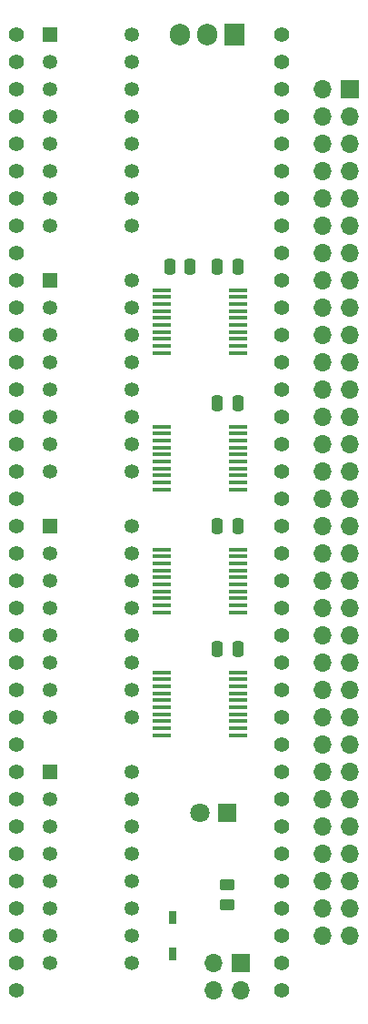
<source format=gts>
%TF.GenerationSoftware,KiCad,Pcbnew,7.0.5*%
%TF.CreationDate,2024-01-28T12:44:07+02:00*%
%TF.ProjectId,Signal Tester Right,5369676e-616c-4205-9465-737465722052,V0*%
%TF.SameCoordinates,Original*%
%TF.FileFunction,Soldermask,Top*%
%TF.FilePolarity,Negative*%
%FSLAX46Y46*%
G04 Gerber Fmt 4.6, Leading zero omitted, Abs format (unit mm)*
G04 Created by KiCad (PCBNEW 7.0.5) date 2024-01-28 12:44:07*
%MOMM*%
%LPD*%
G01*
G04 APERTURE LIST*
G04 Aperture macros list*
%AMRoundRect*
0 Rectangle with rounded corners*
0 $1 Rounding radius*
0 $2 $3 $4 $5 $6 $7 $8 $9 X,Y pos of 4 corners*
0 Add a 4 corners polygon primitive as box body*
4,1,4,$2,$3,$4,$5,$6,$7,$8,$9,$2,$3,0*
0 Add four circle primitives for the rounded corners*
1,1,$1+$1,$2,$3*
1,1,$1+$1,$4,$5*
1,1,$1+$1,$6,$7*
1,1,$1+$1,$8,$9*
0 Add four rect primitives between the rounded corners*
20,1,$1+$1,$2,$3,$4,$5,0*
20,1,$1+$1,$4,$5,$6,$7,0*
20,1,$1+$1,$6,$7,$8,$9,0*
20,1,$1+$1,$8,$9,$2,$3,0*%
G04 Aperture macros list end*
%ADD10R,1.800000X0.450000*%
%ADD11RoundRect,0.250000X0.450000X-0.262500X0.450000X0.262500X-0.450000X0.262500X-0.450000X-0.262500X0*%
%ADD12RoundRect,0.250000X-0.250000X-0.475000X0.250000X-0.475000X0.250000X0.475000X-0.250000X0.475000X0*%
%ADD13R,1.350000X1.350000*%
%ADD14C,1.350000*%
%ADD15R,1.905000X2.000000*%
%ADD16O,1.905000X2.000000*%
%ADD17C,1.400000*%
%ADD18R,0.750000X1.200000*%
%ADD19R,1.700000X1.700000*%
%ADD20O,1.700000X1.700000*%
%ADD21R,1.800000X1.800000*%
%ADD22C,1.800000*%
G04 APERTURE END LIST*
D10*
%TO.C,IC2*%
X44075000Y-84705000D03*
X44075000Y-85355000D03*
X44075000Y-86005000D03*
X44075000Y-86655000D03*
X44075000Y-87305000D03*
X44075000Y-87955000D03*
X44075000Y-88605000D03*
X44075000Y-89255000D03*
X44075000Y-89905000D03*
X44075000Y-90555000D03*
X51175000Y-90555000D03*
X51175000Y-89905000D03*
X51175000Y-89255000D03*
X51175000Y-88605000D03*
X51175000Y-87955000D03*
X51175000Y-87305000D03*
X51175000Y-86655000D03*
X51175000Y-86005000D03*
X51175000Y-85355000D03*
X51175000Y-84705000D03*
%TD*%
D11*
%TO.C,R1*%
X50155000Y-129182500D03*
X50155000Y-127357500D03*
%TD*%
D12*
%TO.C,C5*%
X49231000Y-105410000D03*
X51131000Y-105410000D03*
%TD*%
D13*
%TO.C,DS2*%
X33655000Y-71120000D03*
D14*
X33655000Y-73660000D03*
X33655000Y-76200000D03*
X33655000Y-78740000D03*
X33655000Y-81280000D03*
X33655000Y-83820000D03*
X33655000Y-86360000D03*
X33655000Y-88900000D03*
X41275000Y-88900000D03*
X41275000Y-86360000D03*
X41275000Y-83820000D03*
X41275000Y-81280000D03*
X41275000Y-78740000D03*
X41275000Y-76200000D03*
X41275000Y-73660000D03*
X41275000Y-71120000D03*
%TD*%
D15*
%TO.C,U1*%
X50800000Y-48260000D03*
D16*
X48260000Y-48260000D03*
X45720000Y-48260000D03*
%TD*%
D17*
%TO.C,RN8*%
X55245000Y-137160000D03*
X55245000Y-134620000D03*
X55245000Y-132080000D03*
X55245000Y-129540000D03*
X55245000Y-127000000D03*
X55245000Y-124460000D03*
X55245000Y-121920000D03*
X55245000Y-119380000D03*
X55245000Y-116840000D03*
%TD*%
D10*
%TO.C,IC1*%
X44075000Y-72005000D03*
X44075000Y-72655000D03*
X44075000Y-73305000D03*
X44075000Y-73955000D03*
X44075000Y-74605000D03*
X44075000Y-75255000D03*
X44075000Y-75905000D03*
X44075000Y-76555000D03*
X44075000Y-77205000D03*
X44075000Y-77855000D03*
X51175000Y-77855000D03*
X51175000Y-77205000D03*
X51175000Y-76555000D03*
X51175000Y-75905000D03*
X51175000Y-75255000D03*
X51175000Y-74605000D03*
X51175000Y-73955000D03*
X51175000Y-73305000D03*
X51175000Y-72655000D03*
X51175000Y-72005000D03*
%TD*%
D17*
%TO.C,RN5*%
X30480000Y-114300000D03*
X30480000Y-111760000D03*
X30480000Y-109220000D03*
X30480000Y-106680000D03*
X30480000Y-104140000D03*
X30480000Y-101600000D03*
X30480000Y-99060000D03*
X30480000Y-96520000D03*
X30480000Y-93980000D03*
%TD*%
D18*
%TO.C,D3*%
X45085000Y-130380000D03*
X45085000Y-133780000D03*
%TD*%
D17*
%TO.C,RN1*%
X30480000Y-68580000D03*
X30480000Y-66040000D03*
X30480000Y-63500000D03*
X30480000Y-60960000D03*
X30480000Y-58420000D03*
X30480000Y-55880000D03*
X30480000Y-53340000D03*
X30480000Y-50800000D03*
X30480000Y-48260000D03*
%TD*%
D13*
%TO.C,DS3*%
X33655000Y-93980000D03*
D14*
X33655000Y-96520000D03*
X33655000Y-99060000D03*
X33655000Y-101600000D03*
X33655000Y-104140000D03*
X33655000Y-106680000D03*
X33655000Y-109220000D03*
X33655000Y-111760000D03*
X41275000Y-111760000D03*
X41275000Y-109220000D03*
X41275000Y-106680000D03*
X41275000Y-104140000D03*
X41275000Y-101600000D03*
X41275000Y-99060000D03*
X41275000Y-96520000D03*
X41275000Y-93980000D03*
%TD*%
D12*
%TO.C,C6*%
X49231000Y-69850000D03*
X51131000Y-69850000D03*
%TD*%
D19*
%TO.C,J2*%
X51435000Y-134620000D03*
D20*
X48895000Y-134620000D03*
X51435000Y-137160000D03*
X48895000Y-137160000D03*
%TD*%
D10*
%TO.C,IC3*%
X44075000Y-96135000D03*
X44075000Y-96785000D03*
X44075000Y-97435000D03*
X44075000Y-98085000D03*
X44075000Y-98735000D03*
X44075000Y-99385000D03*
X44075000Y-100035000D03*
X44075000Y-100685000D03*
X44075000Y-101335000D03*
X44075000Y-101985000D03*
X51175000Y-101985000D03*
X51175000Y-101335000D03*
X51175000Y-100685000D03*
X51175000Y-100035000D03*
X51175000Y-99385000D03*
X51175000Y-98735000D03*
X51175000Y-98085000D03*
X51175000Y-97435000D03*
X51175000Y-96785000D03*
X51175000Y-96135000D03*
%TD*%
%TO.C,IC4*%
X44075000Y-107565000D03*
X44075000Y-108215000D03*
X44075000Y-108865000D03*
X44075000Y-109515000D03*
X44075000Y-110165000D03*
X44075000Y-110815000D03*
X44075000Y-111465000D03*
X44075000Y-112115000D03*
X44075000Y-112765000D03*
X44075000Y-113415000D03*
X51175000Y-113415000D03*
X51175000Y-112765000D03*
X51175000Y-112115000D03*
X51175000Y-111465000D03*
X51175000Y-110815000D03*
X51175000Y-110165000D03*
X51175000Y-109515000D03*
X51175000Y-108865000D03*
X51175000Y-108215000D03*
X51175000Y-107565000D03*
%TD*%
D12*
%TO.C,C3*%
X49231000Y-93980000D03*
X51131000Y-93980000D03*
%TD*%
D13*
%TO.C,DS4*%
X33655000Y-116840000D03*
D14*
X33655000Y-119380000D03*
X33655000Y-121920000D03*
X33655000Y-124460000D03*
X33655000Y-127000000D03*
X33655000Y-129540000D03*
X33655000Y-132080000D03*
X33655000Y-134620000D03*
X41275000Y-134620000D03*
X41275000Y-132080000D03*
X41275000Y-129540000D03*
X41275000Y-127000000D03*
X41275000Y-124460000D03*
X41275000Y-121920000D03*
X41275000Y-119380000D03*
X41275000Y-116840000D03*
%TD*%
D12*
%TO.C,C4*%
X49231000Y-82550000D03*
X51131000Y-82550000D03*
%TD*%
D13*
%TO.C,DS1*%
X33655000Y-48260000D03*
D14*
X33655000Y-50800000D03*
X33655000Y-53340000D03*
X33655000Y-55880000D03*
X33655000Y-58420000D03*
X33655000Y-60960000D03*
X33655000Y-63500000D03*
X33655000Y-66040000D03*
X41275000Y-66040000D03*
X41275000Y-63500000D03*
X41275000Y-60960000D03*
X41275000Y-58420000D03*
X41275000Y-55880000D03*
X41275000Y-53340000D03*
X41275000Y-50800000D03*
X41275000Y-48260000D03*
%TD*%
D17*
%TO.C,RN4*%
X55245000Y-91440000D03*
X55245000Y-88900000D03*
X55245000Y-86360000D03*
X55245000Y-83820000D03*
X55245000Y-81280000D03*
X55245000Y-78740000D03*
X55245000Y-76200000D03*
X55245000Y-73660000D03*
X55245000Y-71120000D03*
%TD*%
%TO.C,RN2*%
X55245000Y-68580000D03*
X55245000Y-66040000D03*
X55245000Y-63500000D03*
X55245000Y-60960000D03*
X55245000Y-58420000D03*
X55245000Y-55880000D03*
X55245000Y-53340000D03*
X55245000Y-50800000D03*
X55245000Y-48260000D03*
%TD*%
D21*
%TO.C,LED1*%
X50170000Y-120650000D03*
D22*
X47630000Y-120650000D03*
%TD*%
D17*
%TO.C,RN3*%
X30480000Y-91440000D03*
X30480000Y-88900000D03*
X30480000Y-86360000D03*
X30480000Y-83820000D03*
X30480000Y-81280000D03*
X30480000Y-78740000D03*
X30480000Y-76200000D03*
X30480000Y-73660000D03*
X30480000Y-71120000D03*
%TD*%
%TO.C,RN7*%
X30480000Y-137160000D03*
X30480000Y-134620000D03*
X30480000Y-132080000D03*
X30480000Y-129540000D03*
X30480000Y-127000000D03*
X30480000Y-124460000D03*
X30480000Y-121920000D03*
X30480000Y-119380000D03*
X30480000Y-116840000D03*
%TD*%
%TO.C,RN6*%
X55245000Y-114299999D03*
X55245000Y-111759999D03*
X55245000Y-109219999D03*
X55245000Y-106679999D03*
X55245000Y-104139999D03*
X55245000Y-101599999D03*
X55245000Y-99059999D03*
X55245000Y-96519999D03*
X55245000Y-93979999D03*
%TD*%
D12*
%TO.C,C1*%
X44786000Y-69850000D03*
X46686000Y-69850000D03*
%TD*%
D19*
%TO.C,J3*%
X61595000Y-53340000D03*
D20*
X59055000Y-53340000D03*
X61595000Y-55880000D03*
X59055000Y-55880000D03*
X61595000Y-58420000D03*
X59055000Y-58420000D03*
X61595000Y-60960000D03*
X59055000Y-60960000D03*
X61595000Y-63500000D03*
X59055000Y-63500000D03*
X61595000Y-66040000D03*
X59055000Y-66040000D03*
X61595000Y-68580000D03*
X59055000Y-68580000D03*
X61595000Y-71120000D03*
X59055000Y-71120000D03*
X61595000Y-73660000D03*
X59055000Y-73660000D03*
X61595000Y-76200000D03*
X59055000Y-76200000D03*
X61595000Y-78740000D03*
X59055000Y-78740000D03*
X61595000Y-81280000D03*
X59055000Y-81280000D03*
X61595000Y-83820000D03*
X59055000Y-83820000D03*
X61595000Y-86360000D03*
X59055000Y-86360000D03*
X61595000Y-88900000D03*
X59055000Y-88900000D03*
X61595000Y-91440000D03*
X59055000Y-91440000D03*
X61595000Y-93980000D03*
X59055000Y-93980000D03*
X61595000Y-96520000D03*
X59055000Y-96520000D03*
X61595000Y-99060000D03*
X59055000Y-99060000D03*
X61595000Y-101600000D03*
X59055000Y-101600000D03*
X61595000Y-104140000D03*
X59055000Y-104140000D03*
X61595000Y-106680000D03*
X59055000Y-106680000D03*
X61595000Y-109220000D03*
X59055000Y-109220000D03*
X61595000Y-111760000D03*
X59055000Y-111760000D03*
X61595000Y-114300000D03*
X59055000Y-114300000D03*
X61595000Y-116840000D03*
X59055000Y-116840000D03*
X61595000Y-119380000D03*
X59055000Y-119380000D03*
X61595000Y-121920000D03*
X59055000Y-121920000D03*
X61595000Y-124460000D03*
X59055000Y-124460000D03*
X61595000Y-127000000D03*
X59055000Y-127000000D03*
X61595000Y-129540000D03*
X59055000Y-129540000D03*
X61595000Y-132080000D03*
X59055000Y-132080000D03*
%TD*%
M02*

</source>
